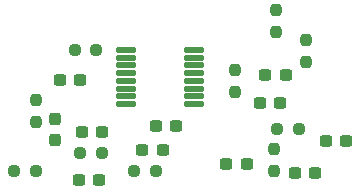
<source format=gbr>
%TF.GenerationSoftware,KiCad,Pcbnew,7.0.5*%
%TF.CreationDate,2023-10-03T15:35:51+05:30*%
%TF.ProjectId,ADS122C04,41445331-3232-4433-9034-2e6b69636164,rev?*%
%TF.SameCoordinates,Original*%
%TF.FileFunction,Paste,Top*%
%TF.FilePolarity,Positive*%
%FSLAX46Y46*%
G04 Gerber Fmt 4.6, Leading zero omitted, Abs format (unit mm)*
G04 Created by KiCad (PCBNEW 7.0.5) date 2023-10-03 15:35:51*
%MOMM*%
%LPD*%
G01*
G04 APERTURE LIST*
G04 Aperture macros list*
%AMRoundRect*
0 Rectangle with rounded corners*
0 $1 Rounding radius*
0 $2 $3 $4 $5 $6 $7 $8 $9 X,Y pos of 4 corners*
0 Add a 4 corners polygon primitive as box body*
4,1,4,$2,$3,$4,$5,$6,$7,$8,$9,$2,$3,0*
0 Add four circle primitives for the rounded corners*
1,1,$1+$1,$2,$3*
1,1,$1+$1,$4,$5*
1,1,$1+$1,$6,$7*
1,1,$1+$1,$8,$9*
0 Add four rect primitives between the rounded corners*
20,1,$1+$1,$2,$3,$4,$5,0*
20,1,$1+$1,$4,$5,$6,$7,0*
20,1,$1+$1,$6,$7,$8,$9,0*
20,1,$1+$1,$8,$9,$2,$3,0*%
G04 Aperture macros list end*
%ADD10RoundRect,0.237500X0.237500X-0.250000X0.237500X0.250000X-0.237500X0.250000X-0.237500X-0.250000X0*%
%ADD11RoundRect,0.237500X-0.300000X-0.237500X0.300000X-0.237500X0.300000X0.237500X-0.300000X0.237500X0*%
%ADD12RoundRect,0.237500X0.250000X0.237500X-0.250000X0.237500X-0.250000X-0.237500X0.250000X-0.237500X0*%
%ADD13RoundRect,0.237500X0.300000X0.237500X-0.300000X0.237500X-0.300000X-0.237500X0.300000X-0.237500X0*%
%ADD14RoundRect,0.020500X-0.764500X-0.184500X0.764500X-0.184500X0.764500X0.184500X-0.764500X0.184500X0*%
%ADD15RoundRect,0.237500X-0.250000X-0.237500X0.250000X-0.237500X0.250000X0.237500X-0.250000X0.237500X0*%
%ADD16RoundRect,0.237500X0.237500X-0.300000X0.237500X0.300000X-0.237500X0.300000X-0.237500X-0.300000X0*%
%ADD17RoundRect,0.237500X-0.237500X0.250000X-0.237500X-0.250000X0.237500X-0.250000X0.237500X0.250000X0*%
G04 APERTURE END LIST*
D10*
%TO.C,R7*%
X203200000Y-97432500D03*
X203200000Y-95607500D03*
%TD*%
%TO.C,R4*%
X202996800Y-109218100D03*
X202996800Y-107393100D03*
%TD*%
D11*
%TO.C,C8*%
X191873800Y-107442000D03*
X193598800Y-107442000D03*
%TD*%
%TO.C,C9*%
X184914200Y-101549200D03*
X186639200Y-101549200D03*
%TD*%
D12*
%TO.C,R10*%
X188008900Y-98958400D03*
X186183900Y-98958400D03*
%TD*%
D13*
%TO.C,C1*%
X209142500Y-106680000D03*
X207417500Y-106680000D03*
%TD*%
D12*
%TO.C,R2*%
X205128500Y-105664000D03*
X203303500Y-105664000D03*
%TD*%
D14*
%TO.C,U1*%
X190500000Y-99000000D03*
X190500000Y-99650000D03*
X190500000Y-100300000D03*
X190500000Y-100950000D03*
X190500000Y-101600000D03*
X190500000Y-102250000D03*
X190500000Y-102900000D03*
X190500000Y-103550000D03*
X196240000Y-103550000D03*
X196240000Y-102900000D03*
X196240000Y-102250000D03*
X196240000Y-101600000D03*
X196240000Y-100950000D03*
X196240000Y-100300000D03*
X196240000Y-99650000D03*
X196240000Y-99000000D03*
%TD*%
D11*
%TO.C,C2*%
X198984700Y-108610400D03*
X200709700Y-108610400D03*
%TD*%
D15*
%TO.C,R3*%
X191215000Y-109220000D03*
X193040000Y-109220000D03*
%TD*%
D16*
%TO.C,C7*%
X184505600Y-106576200D03*
X184505600Y-104851200D03*
%TD*%
D13*
%TO.C,C4*%
X188466900Y-105918000D03*
X186741900Y-105918000D03*
%TD*%
D17*
%TO.C,R8*%
X205740000Y-98147500D03*
X205740000Y-99972500D03*
%TD*%
D15*
%TO.C,R5*%
X186641100Y-107696000D03*
X188466100Y-107696000D03*
%TD*%
%TO.C,R6*%
X181055000Y-109220000D03*
X182880000Y-109220000D03*
%TD*%
D11*
%TO.C,C10*%
X202286700Y-101142800D03*
X204011700Y-101142800D03*
%TD*%
D10*
%TO.C,R9*%
X199747500Y-102512500D03*
X199747500Y-100687500D03*
%TD*%
D11*
%TO.C,C3*%
X193041100Y-105460800D03*
X194766100Y-105460800D03*
%TD*%
D10*
%TO.C,R1*%
X182880000Y-105052500D03*
X182880000Y-103227500D03*
%TD*%
D11*
%TO.C,C5*%
X186487900Y-109982000D03*
X188212900Y-109982000D03*
%TD*%
D13*
%TO.C,C6*%
X206500900Y-109423200D03*
X204775900Y-109423200D03*
%TD*%
%TO.C,C11*%
X203553400Y-103479600D03*
X201828400Y-103479600D03*
%TD*%
M02*

</source>
